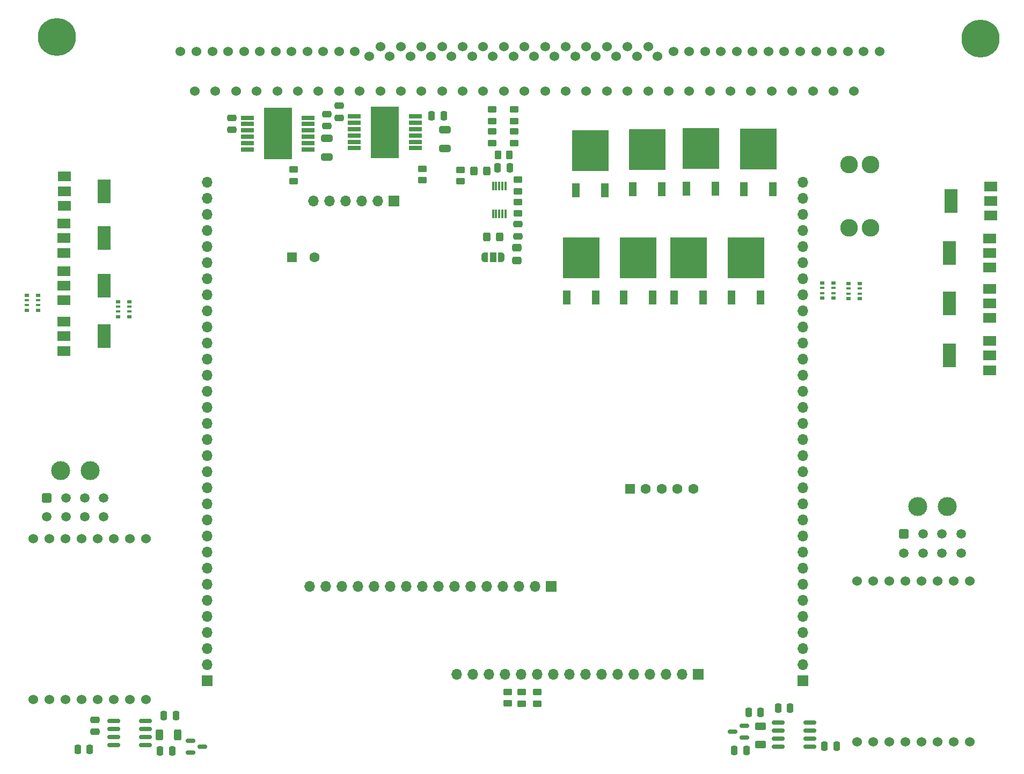
<source format=gbr>
%TF.GenerationSoftware,KiCad,Pcbnew,(6.0.1)*%
%TF.CreationDate,2023-10-23T01:26:03+01:00*%
%TF.ProjectId,Polygonus-Universal-Base,506f6c79-676f-46e7-9573-2d556e697665,rev?*%
%TF.SameCoordinates,Original*%
%TF.FileFunction,Soldermask,Top*%
%TF.FilePolarity,Negative*%
%FSLAX46Y46*%
G04 Gerber Fmt 4.6, Leading zero omitted, Abs format (unit mm)*
G04 Created by KiCad (PCBNEW (6.0.1)) date 2023-10-23 01:26:03*
%MOMM*%
%LPD*%
G01*
G04 APERTURE LIST*
G04 Aperture macros list*
%AMRoundRect*
0 Rectangle with rounded corners*
0 $1 Rounding radius*
0 $2 $3 $4 $5 $6 $7 $8 $9 X,Y pos of 4 corners*
0 Add a 4 corners polygon primitive as box body*
4,1,4,$2,$3,$4,$5,$6,$7,$8,$9,$2,$3,0*
0 Add four circle primitives for the rounded corners*
1,1,$1+$1,$2,$3*
1,1,$1+$1,$4,$5*
1,1,$1+$1,$6,$7*
1,1,$1+$1,$8,$9*
0 Add four rect primitives between the rounded corners*
20,1,$1+$1,$2,$3,$4,$5,0*
20,1,$1+$1,$4,$5,$6,$7,0*
20,1,$1+$1,$6,$7,$8,$9,0*
20,1,$1+$1,$8,$9,$2,$3,0*%
%AMFreePoly0*
4,1,22,0.550000,-0.750000,0.000000,-0.750000,0.000000,-0.745033,-0.079941,-0.743568,-0.215256,-0.701293,-0.333266,-0.622738,-0.424486,-0.514219,-0.481581,-0.384460,-0.499164,-0.250000,-0.500000,-0.250000,-0.500000,0.250000,-0.499164,0.250000,-0.499963,0.256109,-0.478152,0.396186,-0.417904,0.524511,-0.324060,0.630769,-0.204165,0.706417,-0.067858,0.745374,0.000000,0.744959,0.000000,0.750000,
0.550000,0.750000,0.550000,-0.750000,0.550000,-0.750000,$1*%
%AMFreePoly1*
4,1,20,0.000000,0.744959,0.073905,0.744508,0.209726,0.703889,0.328688,0.626782,0.421226,0.519385,0.479903,0.390333,0.500000,0.250000,0.500000,-0.250000,0.499851,-0.262216,0.476331,-0.402017,0.414519,-0.529596,0.319384,-0.634700,0.198574,-0.708877,0.061801,-0.746166,0.000000,-0.745033,0.000000,-0.750000,-0.550000,-0.750000,-0.550000,0.750000,0.000000,0.750000,0.000000,0.744959,
0.000000,0.744959,$1*%
G04 Aperture macros list end*
%ADD10RoundRect,0.250000X-0.475000X0.337500X-0.475000X-0.337500X0.475000X-0.337500X0.475000X0.337500X0*%
%ADD11C,1.524000*%
%ADD12R,0.800000X0.500000*%
%ADD13R,0.800000X0.400000*%
%ADD14R,1.200000X2.200000*%
%ADD15R,5.800000X6.400000*%
%ADD16R,2.000000X1.500000*%
%ADD17R,2.000000X3.800000*%
%ADD18R,1.600000X1.600000*%
%ADD19C,1.600000*%
%ADD20RoundRect,0.150000X-0.825000X-0.150000X0.825000X-0.150000X0.825000X0.150000X-0.825000X0.150000X0*%
%ADD21RoundRect,0.250000X0.450000X-0.262500X0.450000X0.262500X-0.450000X0.262500X-0.450000X-0.262500X0*%
%ADD22RoundRect,0.250000X0.250000X0.475000X-0.250000X0.475000X-0.250000X-0.475000X0.250000X-0.475000X0*%
%ADD23C,3.000000*%
%ADD24RoundRect,0.250001X-0.499999X-0.499999X0.499999X-0.499999X0.499999X0.499999X-0.499999X0.499999X0*%
%ADD25C,1.500000*%
%ADD26RoundRect,0.250000X-0.250000X-0.475000X0.250000X-0.475000X0.250000X0.475000X-0.250000X0.475000X0*%
%ADD27R,0.300000X1.400000*%
%ADD28R,2.000000X0.650000*%
%ADD29R,4.500000X8.100000*%
%ADD30RoundRect,0.250000X0.262500X0.450000X-0.262500X0.450000X-0.262500X-0.450000X0.262500X-0.450000X0*%
%ADD31RoundRect,0.250000X0.625000X-0.312500X0.625000X0.312500X-0.625000X0.312500X-0.625000X-0.312500X0*%
%ADD32RoundRect,0.249999X-0.325001X-0.450001X0.325001X-0.450001X0.325001X0.450001X-0.325001X0.450001X0*%
%ADD33C,2.780000*%
%ADD34RoundRect,0.250000X-0.312500X-0.625000X0.312500X-0.625000X0.312500X0.625000X-0.312500X0.625000X0*%
%ADD35RoundRect,0.250000X-0.475000X0.250000X-0.475000X-0.250000X0.475000X-0.250000X0.475000X0.250000X0*%
%ADD36RoundRect,0.150000X0.587500X0.150000X-0.587500X0.150000X-0.587500X-0.150000X0.587500X-0.150000X0*%
%ADD37RoundRect,0.150000X-0.587500X-0.150000X0.587500X-0.150000X0.587500X0.150000X-0.587500X0.150000X0*%
%ADD38RoundRect,0.250000X0.650000X-0.325000X0.650000X0.325000X-0.650000X0.325000X-0.650000X-0.325000X0*%
%ADD39RoundRect,0.250000X0.475000X-0.250000X0.475000X0.250000X-0.475000X0.250000X-0.475000X-0.250000X0*%
%ADD40C,6.000000*%
%ADD41RoundRect,0.150000X0.825000X0.150000X-0.825000X0.150000X-0.825000X-0.150000X0.825000X-0.150000X0*%
%ADD42FreePoly0,180.000000*%
%ADD43R,1.000000X1.500000*%
%ADD44FreePoly1,180.000000*%
%ADD45R,1.700000X1.700000*%
%ADD46O,1.700000X1.700000*%
%ADD47RoundRect,0.250000X-0.450000X0.262500X-0.450000X-0.262500X0.450000X-0.262500X0.450000X0.262500X0*%
G04 APERTURE END LIST*
D10*
%TO.C,C6*%
X136604474Y-63587451D03*
X136604474Y-65662451D03*
%TD*%
D11*
%TO.C,U14*%
X60295183Y-135040000D03*
X62835183Y-135040000D03*
X65375183Y-135040000D03*
X67915183Y-135040000D03*
X70455183Y-135040000D03*
X72995183Y-135040000D03*
X75535183Y-135040000D03*
X78075183Y-135040000D03*
X60295183Y-109640000D03*
X62835183Y-109640000D03*
X65375183Y-109640000D03*
X67915183Y-109640000D03*
X70455183Y-109640000D03*
X72995183Y-109640000D03*
X75535183Y-109640000D03*
X78075183Y-109640000D03*
%TD*%
D12*
%TO.C,RN3*%
X59284961Y-71127853D03*
D13*
X59284961Y-71927853D03*
X59284961Y-72727853D03*
D12*
X59284961Y-73527853D03*
X61084961Y-73527853D03*
D13*
X61084961Y-72727853D03*
X61084961Y-71927853D03*
D12*
X61084961Y-71127853D03*
%TD*%
D14*
%TO.C,Q2*%
X163337124Y-54300737D03*
D15*
X165617124Y-48000737D03*
D14*
X167897124Y-54300737D03*
%TD*%
D16*
%TO.C,U10*%
X65154476Y-59831561D03*
X65154476Y-62131561D03*
X65154476Y-64431561D03*
D17*
X71454476Y-62131561D03*
%TD*%
D18*
%TO.C,C11*%
X101112052Y-65110107D03*
D19*
X104612052Y-65110107D03*
%TD*%
D20*
%TO.C,U15*%
X73006624Y-138366545D03*
X73006624Y-139636545D03*
X73006624Y-140906545D03*
X73006624Y-142176545D03*
X77956624Y-142176545D03*
X77956624Y-140906545D03*
X77956624Y-139636545D03*
X77956624Y-138366545D03*
%TD*%
D12*
%TO.C,RN2*%
X188862544Y-69273813D03*
D13*
X188862544Y-70073813D03*
X188862544Y-70873813D03*
D12*
X188862544Y-71673813D03*
X190662544Y-71673813D03*
D13*
X190662544Y-70873813D03*
X190662544Y-70073813D03*
D12*
X190662544Y-69273813D03*
%TD*%
D21*
%TO.C,R12*%
X121703685Y-52996521D03*
X121703685Y-51171521D03*
%TD*%
D16*
%TO.C,U9*%
X65191189Y-52405741D03*
X65191189Y-54705741D03*
X65191189Y-57005741D03*
D17*
X71491189Y-54705741D03*
%TD*%
D22*
%TO.C,C19*%
X69212465Y-142838958D03*
X67312465Y-142838958D03*
%TD*%
D23*
%TO.C,J5*%
X204506976Y-104546217D03*
X199806976Y-104546217D03*
D24*
X197646976Y-108866217D03*
D25*
X200646976Y-108866217D03*
X203646976Y-108866217D03*
X206646976Y-108866217D03*
X197646976Y-111866217D03*
X200646976Y-111866217D03*
X203646976Y-111866217D03*
X206646976Y-111866217D03*
%TD*%
D16*
%TO.C,U6*%
X211338488Y-58550546D03*
X211338488Y-56250546D03*
X211338488Y-53950546D03*
D17*
X205038488Y-56250546D03*
%TD*%
D22*
%TO.C,C8*%
X125032661Y-42835627D03*
X123132661Y-42835627D03*
%TD*%
D26*
%TO.C,C15*%
X177805526Y-136340000D03*
X179705526Y-136340000D03*
%TD*%
D16*
%TO.C,U7*%
X211155466Y-66786559D03*
X211155466Y-64486559D03*
X211155466Y-62186559D03*
D17*
X204855466Y-64486559D03*
%TD*%
D22*
%TO.C,C16*%
X82768167Y-137563839D03*
X80868167Y-137563839D03*
%TD*%
D16*
%TO.C,U12*%
X65154476Y-67355819D03*
X65154476Y-69655819D03*
X65154476Y-71955819D03*
D17*
X71454476Y-69655819D03*
%TD*%
D21*
%TO.C,R5*%
X136156488Y-47086808D03*
X136156488Y-45261808D03*
%TD*%
D22*
%TO.C,C13*%
X175022461Y-137038591D03*
X173122461Y-137038591D03*
%TD*%
D14*
%TO.C,Q7*%
X153420000Y-71540000D03*
D15*
X155700000Y-65240000D03*
D14*
X157980000Y-71540000D03*
%TD*%
D26*
%TO.C,C17*%
X80284731Y-143131829D03*
X82184731Y-143131829D03*
%TD*%
%TO.C,C12*%
X170877796Y-143031045D03*
X172777796Y-143031045D03*
%TD*%
D27*
%TO.C,U3*%
X134811353Y-53880996D03*
X134311353Y-53880996D03*
X133811353Y-53880996D03*
X133311353Y-53880996D03*
X132811353Y-53880996D03*
X132811353Y-58280996D03*
X133311353Y-58280996D03*
X133811353Y-58280996D03*
X134311353Y-58280996D03*
X134811353Y-58280996D03*
%TD*%
D21*
%TO.C,R4*%
X132665586Y-47111392D03*
X132665586Y-45286392D03*
%TD*%
D16*
%TO.C,U4*%
X211155466Y-82984051D03*
X211155466Y-80684051D03*
X211155466Y-78384051D03*
D17*
X204855466Y-80684051D03*
%TD*%
D12*
%TO.C,RN4*%
X75458314Y-74539005D03*
D13*
X75458314Y-73739005D03*
X75458314Y-72939005D03*
D12*
X75458314Y-72139005D03*
X73658314Y-72139005D03*
D13*
X73658314Y-72939005D03*
X73658314Y-73739005D03*
D12*
X73658314Y-74539005D03*
%TD*%
D28*
%TO.C,U8*%
X120537906Y-47908604D03*
X120537906Y-46908604D03*
X120537906Y-45908604D03*
X120537906Y-44908604D03*
X120537906Y-43908604D03*
X120537906Y-42908604D03*
X110937906Y-42908604D03*
X110937906Y-43908604D03*
X110937906Y-44908604D03*
X110937906Y-45908604D03*
X110937906Y-46908604D03*
X110937906Y-47908604D03*
D29*
X115737906Y-45408604D03*
%TD*%
D30*
%TO.C,R6*%
X135421872Y-48964572D03*
X133596872Y-48964572D03*
%TD*%
D16*
%TO.C,U11*%
X65127619Y-75332820D03*
X65127619Y-77632820D03*
X65127619Y-79932820D03*
D17*
X71427619Y-77632820D03*
%TD*%
D31*
%TO.C,R15*%
X175014418Y-142128630D03*
X175014418Y-139203630D03*
%TD*%
D23*
%TO.C,J1*%
X64578375Y-98825066D03*
X69278375Y-98825066D03*
D24*
X62418375Y-103145066D03*
D25*
X65418375Y-103145066D03*
X68418375Y-103145066D03*
X71418375Y-103145066D03*
X62418375Y-106145066D03*
X65418375Y-106145066D03*
X68418375Y-106145066D03*
X71418375Y-106145066D03*
%TD*%
D32*
%TO.C,R9*%
X129784704Y-51520545D03*
X131834704Y-51520545D03*
%TD*%
D14*
%TO.C,Q8*%
X144420000Y-71502005D03*
D15*
X146700000Y-65202005D03*
D14*
X148980000Y-71502005D03*
%TD*%
D33*
%TO.C,F1*%
X188964464Y-50542664D03*
X192364464Y-50542664D03*
X192364464Y-60462664D03*
X188964464Y-60462664D03*
%TD*%
D21*
%TO.C,R1*%
X101340513Y-53094840D03*
X101340513Y-51269840D03*
%TD*%
D16*
%TO.C,U5*%
X211155466Y-74748038D03*
X211155466Y-72448038D03*
X211155466Y-70148038D03*
D17*
X204855466Y-72448038D03*
%TD*%
D21*
%TO.C,R14*%
X137316345Y-135636620D03*
X137316345Y-133811620D03*
%TD*%
D34*
%TO.C,R16*%
X80155250Y-140550045D03*
X83080250Y-140550045D03*
%TD*%
D35*
%TO.C,C5*%
X136759056Y-59911096D03*
X136759056Y-61811096D03*
%TD*%
D36*
%TO.C,D1*%
X172464671Y-141014880D03*
X172464671Y-139114880D03*
X170589671Y-140064880D03*
%TD*%
D32*
%TO.C,R10*%
X131822582Y-61893061D03*
X133872582Y-61893061D03*
%TD*%
D21*
%TO.C,R7*%
X136777157Y-58225856D03*
X136777157Y-56400856D03*
%TD*%
D35*
%TO.C,C3*%
X91623348Y-43133893D03*
X91623348Y-45033893D03*
%TD*%
D37*
%TO.C,D2*%
X85069372Y-141504002D03*
X85069372Y-143404002D03*
X86944372Y-142454002D03*
%TD*%
D38*
%TO.C,C1*%
X106562042Y-49339600D03*
X106562042Y-46389600D03*
%TD*%
D14*
%TO.C,Q5*%
X170420000Y-71540000D03*
D15*
X172700000Y-65240000D03*
D14*
X174980000Y-71540000D03*
%TD*%
D39*
%TO.C,C18*%
X69993202Y-140080574D03*
X69993202Y-138180574D03*
%TD*%
D40*
%TO.C,Motronic_88pin1*%
X64017500Y-30392516D03*
X209727500Y-30642516D03*
D11*
X83527500Y-32642516D03*
X88527500Y-32642516D03*
X93527500Y-32642516D03*
X98527500Y-32642516D03*
X103527500Y-32642516D03*
X108527500Y-32642516D03*
X113277500Y-33392516D03*
X116527500Y-33392516D03*
X119777500Y-33392516D03*
X123027500Y-33392516D03*
X126277500Y-33392516D03*
X129527500Y-33392516D03*
X132777500Y-33392516D03*
X136027500Y-33392516D03*
X139277500Y-33392516D03*
X142527500Y-33392516D03*
X145777500Y-33392516D03*
X149027500Y-33392516D03*
X152277500Y-33392516D03*
X155527500Y-33392516D03*
X158777500Y-33392516D03*
X163777500Y-32642516D03*
X168777500Y-32642516D03*
X173777500Y-32642516D03*
X178777500Y-32642516D03*
X183777500Y-32642516D03*
X188777500Y-32642516D03*
X193777500Y-32642516D03*
X86027500Y-32642516D03*
X91027500Y-32642516D03*
X96027500Y-32642516D03*
X101027500Y-32642516D03*
X106027500Y-32642516D03*
X111027500Y-32642516D03*
X115027500Y-31892516D03*
X118277500Y-31892516D03*
X121527500Y-31892516D03*
X124777500Y-31892516D03*
X128027500Y-31892516D03*
X131277500Y-31892516D03*
X134527500Y-31892516D03*
X137777500Y-31892516D03*
X141027500Y-31892516D03*
X144277500Y-31892516D03*
X147527500Y-31892516D03*
X150777500Y-31892516D03*
X154027500Y-31892516D03*
X157277500Y-31892516D03*
X161277500Y-32642516D03*
X166277500Y-32642516D03*
X171277500Y-32642516D03*
X176277500Y-32642516D03*
X181277500Y-32642516D03*
X186277500Y-32642516D03*
X191277500Y-32642516D03*
X85777500Y-38892516D03*
X89027500Y-38892516D03*
X92277500Y-38892516D03*
X95527500Y-38892516D03*
X98777500Y-38892516D03*
X102027500Y-38892516D03*
X105277500Y-38892516D03*
X108527500Y-38892516D03*
X111777500Y-38892516D03*
X115027500Y-38892516D03*
X118277500Y-38892516D03*
X121527500Y-38892516D03*
X124777500Y-38892516D03*
X128027500Y-38892516D03*
X131277500Y-38892516D03*
X134527500Y-38892516D03*
X137777500Y-38892516D03*
X141027500Y-38892516D03*
X144277500Y-38892516D03*
X147527500Y-38892516D03*
X150777500Y-38892516D03*
X154027500Y-38892516D03*
X157277500Y-38892516D03*
X160527500Y-38892516D03*
X163777500Y-38892516D03*
X167027500Y-38892516D03*
X170277500Y-38892516D03*
X173527500Y-38892516D03*
X176777500Y-38892516D03*
X180027500Y-38892516D03*
X183277500Y-38892516D03*
X186527500Y-38892516D03*
X189777500Y-38892516D03*
%TD*%
D41*
%TO.C,U13*%
X182760593Y-142478446D03*
X182760593Y-141208446D03*
X182760593Y-139938446D03*
X182760593Y-138668446D03*
X177810593Y-138668446D03*
X177810593Y-139938446D03*
X177810593Y-141208446D03*
X177810593Y-142478446D03*
%TD*%
D14*
%TO.C,Q6*%
X161420000Y-71540000D03*
D15*
X163700000Y-65240000D03*
D14*
X165980000Y-71540000D03*
%TD*%
%TO.C,Q4*%
X145922936Y-54600022D03*
D15*
X148202936Y-48300022D03*
D14*
X150482936Y-54600022D03*
%TD*%
D21*
%TO.C,R2*%
X132665586Y-43620490D03*
X132665586Y-41795490D03*
%TD*%
D26*
%TO.C,C14*%
X185107368Y-142389712D03*
X187007368Y-142389712D03*
%TD*%
D21*
%TO.C,R13*%
X139749110Y-135636620D03*
X139749110Y-133811620D03*
%TD*%
D39*
%TO.C,C9*%
X108579658Y-43118935D03*
X108579658Y-41218935D03*
%TD*%
D12*
%TO.C,RN1*%
X186551050Y-71602925D03*
D13*
X186551050Y-70802925D03*
X186551050Y-70002925D03*
D12*
X186551050Y-69202925D03*
X184751050Y-69202925D03*
D13*
X184751050Y-70002925D03*
X184751050Y-70802925D03*
D12*
X184751050Y-71602925D03*
%TD*%
D11*
%TO.C,U1*%
X190267127Y-141724405D03*
X192807127Y-141724405D03*
X195347127Y-141724405D03*
X197887127Y-141724405D03*
X200427127Y-141724405D03*
X202967127Y-141724405D03*
X205507127Y-141724405D03*
X208047127Y-141724405D03*
X190267127Y-116324405D03*
X192807127Y-116324405D03*
X195347127Y-116324405D03*
X197887127Y-116324405D03*
X200427127Y-116324405D03*
X202967127Y-116324405D03*
X205507127Y-116324405D03*
X208047127Y-116324405D03*
%TD*%
D14*
%TO.C,Q3*%
X154852819Y-54407290D03*
D15*
X157132819Y-48107290D03*
D14*
X159412819Y-54407290D03*
%TD*%
D28*
%TO.C,U2*%
X103677537Y-48096167D03*
X103677537Y-47096167D03*
X103677537Y-46096167D03*
X103677537Y-45096167D03*
X103677537Y-44096167D03*
X103677537Y-43096167D03*
X94077537Y-43096167D03*
X94077537Y-44096167D03*
X94077537Y-45096167D03*
X94077537Y-46096167D03*
X94077537Y-47096167D03*
X94077537Y-48096167D03*
D29*
X98877537Y-45596167D03*
%TD*%
D21*
%TO.C,C10*%
X135157194Y-135628633D03*
X135157194Y-133803633D03*
%TD*%
D42*
%TO.C,JP2*%
X134121425Y-65149871D03*
D43*
X132821425Y-65149871D03*
D44*
X131521425Y-65149871D03*
%TD*%
D21*
%TO.C,R3*%
X136144196Y-43608198D03*
X136144196Y-41783198D03*
%TD*%
D26*
%TO.C,C4*%
X133559372Y-51041904D03*
X135459372Y-51041904D03*
%TD*%
D39*
%TO.C,C2*%
X106612595Y-44416468D03*
X106612595Y-42516468D03*
%TD*%
D45*
%TO.C,J4*%
X181672763Y-132012059D03*
D46*
X181672763Y-129472059D03*
X181672763Y-126932059D03*
X181672763Y-124392059D03*
X181672763Y-121852059D03*
X181672763Y-119312059D03*
X181672763Y-116772059D03*
X181672763Y-114232059D03*
X181672763Y-111692059D03*
X181672763Y-109152059D03*
X181672763Y-106612059D03*
X181672763Y-104072059D03*
X181672763Y-101532059D03*
X181672763Y-98992059D03*
X181672763Y-96452059D03*
X181672763Y-93912059D03*
X181672763Y-91372059D03*
X181672763Y-88832059D03*
X181672763Y-86292059D03*
X181672763Y-83752059D03*
X181672763Y-81212059D03*
X181672763Y-78672059D03*
X181672763Y-76132059D03*
X181672763Y-73592059D03*
X181672763Y-71052059D03*
X181672763Y-68512059D03*
X181672763Y-65972059D03*
X181672763Y-63432059D03*
X181672763Y-60892059D03*
X181672763Y-58352059D03*
X181672763Y-55812059D03*
X181672763Y-53272059D03*
D45*
X87760080Y-132017154D03*
D46*
X87760080Y-129477154D03*
X87760080Y-126937154D03*
X87760080Y-124397154D03*
X87760080Y-121857154D03*
X87760080Y-119317154D03*
X87760080Y-116777154D03*
X87760080Y-114237154D03*
X87760080Y-111697154D03*
X87760080Y-109157154D03*
X87760080Y-106617154D03*
X87760080Y-104077154D03*
X87760080Y-101537154D03*
X87760080Y-98997154D03*
X87760080Y-96457154D03*
X87760080Y-93917154D03*
X87760080Y-91377154D03*
X87760080Y-88837154D03*
X87760080Y-86297154D03*
X87760080Y-83757154D03*
X87760080Y-81217154D03*
X87760080Y-78677154D03*
X87760080Y-76137154D03*
X87760080Y-73597154D03*
X87760080Y-71057154D03*
X87760080Y-68517154D03*
X87760080Y-65977154D03*
X87760080Y-63437154D03*
X87760080Y-60897154D03*
X87760080Y-58357154D03*
X87760080Y-55817154D03*
X87760080Y-53277154D03*
D45*
X165230080Y-131026287D03*
D46*
X162690080Y-131026287D03*
X160150080Y-131026287D03*
X157610080Y-131026287D03*
X155070080Y-131026287D03*
X152530080Y-131026287D03*
X149990080Y-131026287D03*
X147450080Y-131026287D03*
X144910080Y-131026287D03*
X142370080Y-131026287D03*
X139830080Y-131026287D03*
X137290080Y-131026287D03*
X134750080Y-131026287D03*
X132210080Y-131026287D03*
X129670080Y-131026287D03*
X127130080Y-131026287D03*
D45*
X141953794Y-117134404D03*
D46*
X139413794Y-117134404D03*
X136873794Y-117134404D03*
X134333794Y-117134404D03*
X131793794Y-117134404D03*
X129253794Y-117134404D03*
X126713794Y-117134404D03*
X124173794Y-117134404D03*
X121633794Y-117134404D03*
X119093794Y-117134404D03*
X116553794Y-117134404D03*
X114013794Y-117134404D03*
X111473794Y-117134404D03*
X108933794Y-117134404D03*
X106393794Y-117134404D03*
X103853794Y-117134404D03*
D19*
X164425871Y-101751522D03*
X161925871Y-101751522D03*
X159425871Y-101751522D03*
X156925871Y-101751522D03*
D18*
X154425871Y-101751522D03*
D45*
X117154579Y-56302538D03*
D46*
X114614579Y-56302538D03*
X112074579Y-56302538D03*
X109534579Y-56302538D03*
X106994579Y-56302538D03*
X104454579Y-56302538D03*
%TD*%
D47*
%TO.C,R8*%
X136767835Y-52882467D03*
X136767835Y-54707467D03*
%TD*%
D38*
%TO.C,C7*%
X125200007Y-47969022D03*
X125200007Y-45019022D03*
%TD*%
D47*
%TO.C,R11*%
X127720250Y-51342152D03*
X127720250Y-53167152D03*
%TD*%
D14*
%TO.C,Q1*%
X172371404Y-54373011D03*
D15*
X174651404Y-48073011D03*
D14*
X176931404Y-54373011D03*
%TD*%
M02*

</source>
